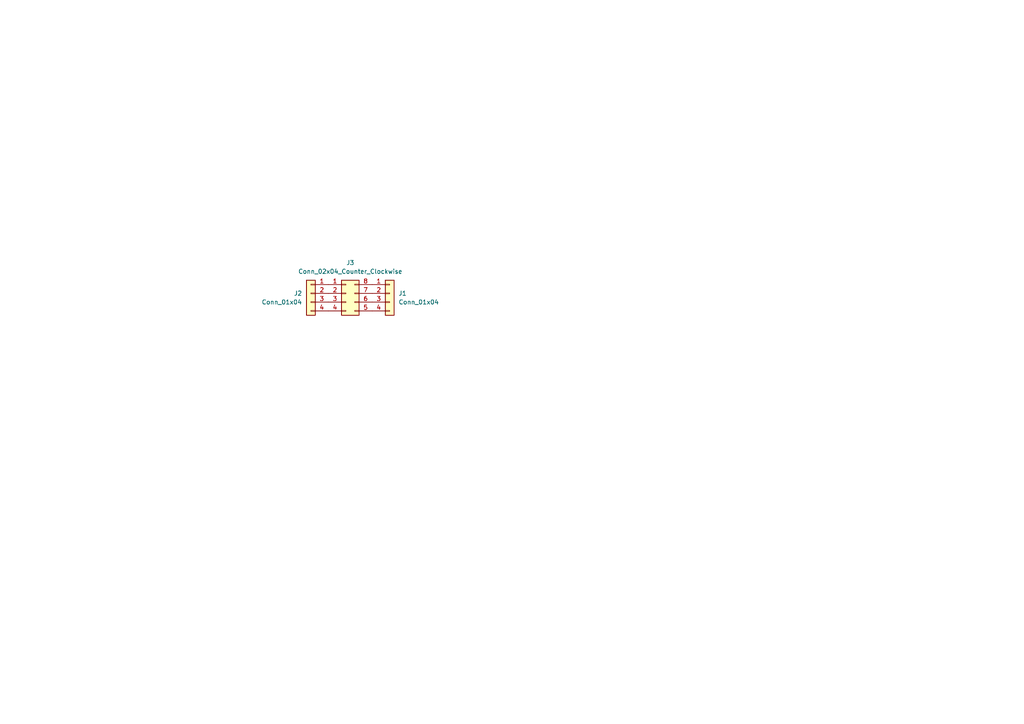
<source format=kicad_sch>
(kicad_sch (version 20231120) (generator "eeschema") (generator_version "8.0")
  (paper "A4")
  (lib_symbols
    (symbol "Connector_Generic:Conn_01x04" (pin_names (offset 1.016) hide)
      (property "Reference" "J" (at 0 5.08 0))
      (property "Value" "Conn_01x04" (at 0 -7.62 0))
      (symbol "Conn_01x04_1_1"
        (rectangle (start -1.27 -4.953) (end 0 -5.207) (stroke (width 0.1524)))
        (rectangle (start -1.27 -2.413) (end 0 -2.667) (stroke (width 0.1524)))
        (rectangle (start -1.27 0.127) (end 0 -0.127) (stroke (width 0.1524)))
        (rectangle (start -1.27 2.667) (end 0 2.413) (stroke (width 0.1524)))
        (rectangle (start -1.27 3.81) (end 1.27 -6.35) (stroke (width 0.254)) (fill (type background)))
        (pin passive line (at -5.08 2.54 0) (length 3.81) (name "Pin_1") (number "1"))
        (pin passive line (at -5.08 0 0) (length 3.81) (name "Pin_2") (number "2"))
        (pin passive line (at -5.08 -2.54 0) (length 3.81) (name "Pin_3") (number "3"))
        (pin passive line (at -5.08 -5.08 0) (length 3.81) (name "Pin_4") (number "4"))
      )
    )
    (symbol "Connector_Generic:Conn_02x04_Counter_Clockwise" (pin_names (offset 1.016) hide)
      (property "Reference" "J" (at 1.27 5.08 0))
      (property "Value" "Conn_02x04_Counter_Clockwise" (at 1.27 -7.62 0))
      (symbol "Conn_02x04_Counter_Clockwise_1_1"
        (rectangle (start -1.27 -4.953) (end 0 -5.207) (stroke (width 0.1524)))
        (rectangle (start -1.27 -2.413) (end 0 -2.667) (stroke (width 0.1524)))
        (rectangle (start -1.27 0.127) (end 0 -0.127) (stroke (width 0.1524)))
        (rectangle (start -1.27 2.667) (end 0 2.413) (stroke (width 0.1524)))
        (rectangle (start -1.27 3.81) (end 3.81 -6.35) (stroke (width 0.254)) (fill (type background)))
        (rectangle (start 3.81 -4.953) (end 2.54 -5.207) (stroke (width 0.1524)))
        (rectangle (start 3.81 -2.413) (end 2.54 -2.667) (stroke (width 0.1524)))
        (rectangle (start 3.81 0.127) (end 2.54 -0.127) (stroke (width 0.1524)))
        (rectangle (start 3.81 2.667) (end 2.54 2.413) (stroke (width 0.1524)))
        (pin passive line (at -5.08 2.54 0) (length 3.81) (name "Pin_1") (number "1"))
        (pin passive line (at -5.08 0 0) (length 3.81) (name "Pin_2") (number "2"))
        (pin passive line (at -5.08 -2.54 0) (length 3.81) (name "Pin_3") (number "3"))
        (pin passive line (at -5.08 -5.08 0) (length 3.81) (name "Pin_4") (number "4"))
        (pin passive line (at 7.62 -5.08 180) (length 3.81) (name "Pin_5") (number "5"))
        (pin passive line (at 7.62 -2.54 180) (length 3.81) (name "Pin_6") (number "6"))
        (pin passive line (at 7.62 0 180) (length 3.81) (name "Pin_7") (number "7"))
        (pin passive line (at 7.62 2.54 180) (length 3.81) (name "Pin_8") (number "8"))
      )
    )
  )
  (symbol (lib_id "Connector_Generic:Conn_01x04") (at 90.17 85.09 0) (mirror y) (unit 1)
    (property "Reference" "J2" (at 87.63 85.0899 0) (effects (justify left)))
    (property "Value" "Conn_01x04" (at 87.63 87.6299 0) (effects (justify left)))
    (property "Footprint" "Connector_PinHeader_2.54mm:PinHeader_1x04_P2.54mm_Vertical" (effects (hide yes)))
    (property "Description" "Generic connector, single row, 01x04, script generated (kicad-library-utils/schlib/autogen/connector/)" (effects (hide yes)))
  )
  (symbol (lib_id "Connector_Generic:Conn_02x04_Counter_Clockwise") (at 100.33 85.09 0) (unit 1)
    (property "Reference" "J3" (at 101.6 76.2 0))
    (property "Value" "Conn_02x04_Counter_Clockwise" (at 101.6 78.74 0))
    (property "Footprint" "Package_SO:SOIC-8-1EP_3.9x4.9mm_P1.27mm_EP2.62x3.51mm" (effects (hide yes)))
    (property "Description" "Generic connector, double row, 02x04, counter clockwise pin numbering scheme (similar to DIP package numbering), script generated (kicad-library-utils/schlib/autogen/connector/)" (effects (hide yes)))
  )
  (symbol (lib_id "Connector_Generic:Conn_01x04") (at 113.03 85.09 0) (unit 1)
    (property "Reference" "J1" (at 115.57 85.0899 0) (effects (justify left)))
    (property "Value" "Conn_01x04" (at 115.57 87.6299 0) (effects (justify left)))
    (property "Footprint" "Connector_PinHeader_2.54mm:PinHeader_1x04_P2.54mm_Vertical" (effects (hide yes)))
    (property "Description" "Generic connector, single row, 01x04, script generated (kicad-library-utils/schlib/autogen/connector/)" (effects (hide yes)))
  )
)
</source>
